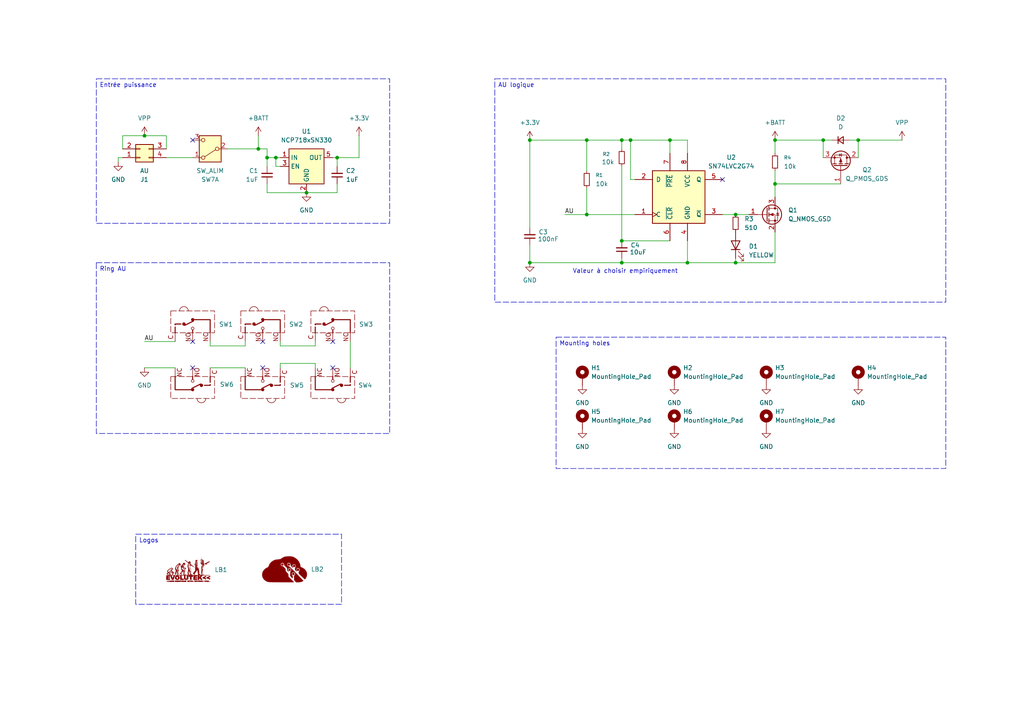
<source format=kicad_sch>
(kicad_sch (version 20250114) (generator "eeschema") (generator_version "9.0")
  (paper "A4")
  (title_block (title "Carte Gyrophare") (date "2025-05-21") (rev "V1.0"))
  (lib_symbols
    (symbol "ComponentsEvo:463092370402" (pin_numbers (hide yes)) (pin_names (hide yes))
      (property "Reference" "SW" (at 0 10.16 0))
      (symbol "463092370402_1_1"
        (text "C" (at -6.35 -1.27 900) (effects (font (size 1.27 1.27))))
        (text "NO" (at -1.27 -1.27 900) (effects (font (size 1.27 1.27))))
        (text "NC" (at 3.8272 -1.2587 900) (effects (font (size 1.27 1.27))))
        (pin input line (at -5.08 -2.54 90) (length 2.54) (name "C") (number "1"))
        (pin input line (at 0 -2.54 90) (length 2.54) (name "C") (number "2"))
        (pin input line (at 5.08 -2.54 90) (length 2.54) (name "C") (number "3"))
      )
    )
    (symbol "ComponentsEvo:SN74LVC2G74DCUR" (pin_names (offset 1.016))
      (property "Reference" "U2" (at 15.24 12.0081 0))
      (property "Value" "SN74LVC2G74" (at 15.24 9.4681 0))
      (symbol "SN74LVC2G74DCUR_1_1"
        (pin input line (at -12.7 5.08 0) (length 5.08) (name "D") (number "2"))
        (pin input clock (at -12.7 -5.08 0) (length 5.08) (name "C") (number "1"))
        (pin input line (at -2.54 12.7 270) (length 5.08) (name "~{PRE}") (number "7"))
        (pin input line (at -2.54 -12.7 90) (length 5.08) (name "~{CLR}") (number "6"))
        (pin power_in line (at 2.54 12.7 270) (length 5.08) (name "VCC") (number "8"))
        (pin power_in line (at 2.54 -12.7 90) (length 5.08) (name "GND") (number "4"))
        (pin output line (at 12.7 5.08 180) (length 5.08) (name "Q") (number "5"))
        (pin output line (at 12.7 -5.08 180) (length 5.08) (name "~{Q}") (number "3"))
      )
    )
    (symbol "Connector_Generic:Conn_02x02_Counter_Clockwise" (pin_names (offset 1.016) (hide yes))
      (property "Reference" "J" (at 1.27 2.54 0))
      (property "Value" "Conn_02x02_Counter_Clockwise" (at 1.27 -5.08 0))
      (symbol "Conn_02x02_Counter_Clockwise_1_1"
        (pin passive line (at -5.08 0 0) (length 3.81) (name "Pin_1") (number "1"))
        (pin passive line (at -5.08 -2.54 0) (length 3.81) (name "Pin_2") (number "2"))
        (pin passive line (at 7.62 0 180) (length 3.81) (name "Pin_4") (number "4"))
        (pin passive line (at 7.62 -2.54 180) (length 3.81) (name "Pin_3") (number "3"))
      )
    )
    (symbol "Device:C_Small" (pin_numbers (hide yes)) (pin_names (offset 0.254) (hide yes))
      (property "Reference" "C" (at 0.254 1.778 0))
      (property "Value" "C_Small" (at 0.254 -2.032 0))
      (symbol "C_Small_1_1"
        (pin passive line (at 0 2.54 270) (length 2.032) (name "~") (number "1"))
        (pin passive line (at 0 -2.54 90) (length 2.032) (name "~") (number "2"))
      )
    )
    (symbol "Device:D_Small" (pin_numbers (hide yes)) (pin_names (offset 0.254) (hide yes))
      (property "Reference" "D" (at -1.27 2.032 0))
      (property "Value" "D_Small" (at -3.81 -2.032 0))
      (symbol "D_Small_1_1"
        (pin passive line (at -2.54 0 0) (length 1.778) (name "K") (number "1"))
        (pin passive line (at 2.54 0 180) (length 1.778) (name "A") (number "2"))
      )
    )
    (symbol "Device:LED" (pin_numbers (hide yes)) (pin_names (offset 1.016) (hide yes))
      (property "Reference" "D" (at 0 2.54 0))
      (property "Value" "LED" (at 0 -2.54 0))
      (symbol "LED_1_1"
        (pin passive line (at -3.81 0 0) (length 2.54) (name "K") (number "1"))
        (pin passive line (at 3.81 0 180) (length 2.54) (name "A") (number "2"))
      )
    )
    (symbol "Device:R_Small" (pin_numbers (hide yes)) (pin_names (offset 0.254) (hide yes))
      (property "Reference" "R" (at 0 0 90))
      (property "Value" "R_Small" (at 1.778 0 90))
      (symbol "R_Small_1_1"
        (pin passive line (at 0 2.54 270) (length 0.762) (name "~") (number "1"))
        (pin passive line (at 0 -2.54 90) (length 0.762) (name "~") (number "2"))
      )
    )
    (symbol "MarkingEvo:Logo Aisler" (pin_numbers (hide yes)) (pin_names (offset 0) (hide yes)) (in_bom no)
      (property "Reference" "LB" (at 0 5.08 0))
    )
    (symbol "MarkingEvo:Logo Evolutek" (pin_numbers (hide yes)) (pin_names (offset 0) (hide yes)) (in_bom no)
      (property "Reference" "LB" (at 0 3.8378 0))
    )
    (symbol "Mechanical:MountingHole_Pad" (pin_numbers (hide yes)) (pin_names (offset 1.016) (hide yes)) (in_bom no)
      (property "Reference" "H" (at 0 6.35 0))
      (property "Value" "MountingHole_Pad" (at 0 4.445 0))
      (symbol "MountingHole_Pad_1_1"
        (pin input line (at 0 -2.54 90) (length 2.54) (name "1") (number "1"))
      )
    )
    (symbol "Regulator_Linear:NCP718xSN330"
      (property "Reference" "U" (at -3.81 6.35 0))
      (property "Value" "NCP718xSN330" (at 6.35 6.35 0))
      (symbol "NCP718xSN330_0_1"
        (pin power_in line (at -7.62 2.54 0) (length 2.54) (name "IN") (number "1"))
        (pin input line (at -7.62 0 0) (length 2.54) (name "EN") (number "3"))
        (pin power_in line (at 0 -7.62 90) (length 2.54) (name "GND") (number "2"))
        (pin no_connect line (at 5.08 0 180) (length 2.54) (hide yes) (name "NC") (number "4"))
        (pin power_out line (at 7.62 2.54 180) (length 2.54) (name "OUT") (number "5"))
      )
    )
    (symbol "Switch:SW_DPDT_x2" (pin_names (offset 0) (hide yes))
      (property "Reference" "SW" (at 0 5.08 0))
      (property "Value" "SW_DPDT_x2" (at 0 -5.08 0))
      (symbol "SW_DPDT_x2_1_1"
        (pin passive line (at -5.08 0 0) (length 2.54) (name "B") (number "2"))
        (pin passive line (at 5.08 2.54 180) (length 2.54) (name "A") (number "1"))
        (pin passive line (at 5.08 -2.54 180) (length 2.54) (name "C") (number "3"))
      )
      (symbol "SW_DPDT_x2_2_1"
        (pin passive line (at -5.08 0 0) (length 2.54) (name "B") (number "5"))
        (pin passive line (at 5.08 2.54 180) (length 2.54) (name "A") (number "4"))
        (pin passive line (at 5.08 -2.54 180) (length 2.54) (name "C") (number "6"))
      )
    )
    (symbol "Transistor_FET:Q_NMOS_GSD" (pin_names (offset 0) (hide yes))
      (property "Reference" "Q" (at 5.08 1.905 0))
      (property "Value" "Q_NMOS_GSD" (at 5.08 0 0))
      (symbol "Q_NMOS_GSD_1_1"
        (pin input line (at -5.08 0 0) (length 2.54) (name "G") (number "1"))
        (pin passive line (at 2.54 5.08 270) (length 2.54) (name "D") (number "3"))
        (pin passive line (at 2.54 -5.08 90) (length 2.54) (name "S") (number "2"))
      )
    )
    (symbol "Transistor_FET:Q_PMOS_GDS" (pin_names (offset 0) (hide yes))
      (property "Reference" "Q" (at 5.08 1.905 0))
      (property "Value" "Q_PMOS_GDS" (at 5.08 0 0))
      (symbol "Q_PMOS_GDS_1_1"
        (pin input line (at -5.08 0 0) (length 2.54) (name "G") (number "1"))
        (pin passive line (at 2.54 5.08 270) (length 2.54) (name "D") (number "2"))
        (pin passive line (at 2.54 -5.08 90) (length 2.54) (name "S") (number "3"))
      )
    )
    (symbol "power:+9V" (power) (pin_numbers (hide yes)) (pin_names (offset 0) (hide yes))
      (property "Value" "+9V" (at 0 3.556 0))
      (symbol "+9V_1_1"
        (pin power_in line (at 0 0 90) (length 0) (name "~") (number "1"))
      )
    )
    (symbol "power:+BATT" (power) (pin_numbers (hide yes)) (pin_names (offset 0) (hide yes))
      (property "Value" "+BATT" (at 0 3.556 0))
      (symbol "+BATT_1_1"
        (pin power_in line (at 0 0 90) (length 0) (name "~") (number "1"))
      )
    )
    (symbol "power:GND" (power) (pin_numbers (hide yes)) (pin_names (offset 0) (hide yes))
      (property "Value" "GND" (at 0 -3.81 0))
      (symbol "GND_1_1"
        (pin power_in line (at 0 0 270) (length 0) (name "~") (number "1"))
      )
    )
    (symbol "power:VCC" (power) (pin_numbers (hide yes)) (pin_names (offset 0) (hide yes))
      (property "Value" "VCC" (at 0 3.556 0))
      (symbol "VCC_1_1"
        (pin power_in line (at 0 0 90) (length 0) (name "~") (number "1"))
      )
    )
    (symbol "power:VPP" (power) (pin_numbers (hide yes)) (pin_names (offset 0) (hide yes))
      (property "Value" "VPP" (at 0 3.556 0))
      (symbol "VPP_1_1"
        (pin power_in line (at 0 0 90) (length 0) (name "~") (number "1"))
      )
    )
  )
  (text "Valeur à choisir empiriquement" (at 181.356 78.74 0) (effects (font (size 1.27 1.27))))
  (text_box "AU logique" (at 143.51 22.86 0) (size 130.81 64.77) (margins 0.9525 0.9525 0.9525 0.9525) (stroke (width 0) (type dash)) (effects (font (size 1.27 1.27)) (justify left top)))
  (text_box "Logos" (at 39.37 154.94 0) (size 59.69 20.32) (margins 0.9525 0.9525 0.9525 0.9525) (stroke (width 0) (type dash)) (effects (font (size 1.27 1.27)) (justify left top)))
  (text_box "Mounting holes\n" (at 161.29 97.79 0) (size 113.03 38.1) (margins 0.9525 0.9525 0.9525 0.9525) (stroke (width 0) (type dash)) (effects (font (size 1.27 1.27)) (justify left top)))
  (text_box "Entrée puissance" (at 27.94 22.86 0) (size 85.09 41.91) (margins 0.9525 0.9525 0.9525 0.9525) (stroke (width 0) (type dash)) (effects (font (size 1.27 1.27)) (justify left top)))
  (text_box "Ring AU" (at 27.94 76.2 0) (size 85.09 49.53) (margins 0.9525 0.9525 0.9525 0.9525) (stroke (width 0) (type dash)) (effects (font (size 1.27 1.27)) (justify left top)))
  (junction (at 170.18 62.23))
  (junction (at 194.31 40.64))
  (junction (at 153.67 76.2))
  (junction (at 97.79 45.72))
  (junction (at 170.18 40.64))
  (junction (at 213.36 62.23))
  (junction (at 213.36 76.2))
  (junction (at 74.93 43.18))
  (junction (at 88.9 55.88))
  (junction (at 80.01 45.72))
  (junction (at 224.79 40.64))
  (junction (at 41.91 39.37))
  (junction (at 153.67 40.64))
  (junction (at 199.39 76.2))
  (junction (at 180.34 76.2))
  (junction (at 248.92 40.64))
  (junction (at 77.47 45.72))
  (junction (at 180.34 40.64))
  (junction (at 182.88 40.64))
  (junction (at 238.76 40.64))
  (junction (at 180.34 69.85))
  (junction (at 224.79 53.34))
  (no_connect (at 55.88 99.06))
  (no_connect (at 55.88 106.68))
  (no_connect (at 76.2 106.68))
  (no_connect (at 55.88 40.64))
  (no_connect (at 209.55 52.07))
  (no_connect (at 76.2 99.06))
  (no_connect (at 96.52 99.06))
  (no_connect (at 96.52 106.68))
  (wire (pts (xy 153.67 71.12) (xy 153.67 76.2)))
  (wire (pts (xy 41.91 106.68) (xy 50.8 106.68)))
  (wire (pts (xy 74.93 43.18) (xy 77.47 43.18)))
  (wire (pts (xy 224.79 76.2) (xy 213.36 76.2)))
  (wire (pts (xy 224.79 44.45) (xy 224.79 40.64)))
  (wire (pts (xy 77.47 45.72) (xy 80.01 45.72)))
  (wire (pts (xy 34.29 45.72) (xy 35.56 45.72)))
  (wire (pts (xy 81.28 48.26) (xy 80.01 48.26)))
  (wire (pts (xy 199.39 44.45) (xy 199.39 40.64)))
  (wire (pts (xy 60.96 106.68) (xy 71.12 106.68)))
  (wire (pts (xy 184.15 52.07) (xy 182.88 52.07)))
  (wire (pts (xy 81.28 105.41) (xy 81.28 106.68)))
  (wire (pts (xy 213.36 74.93) (xy 213.36 76.2)))
  (wire (pts (xy 224.79 53.34) (xy 224.79 57.15)))
  (wire (pts (xy 91.44 100.33) (xy 91.44 99.06)))
  (wire (pts (xy 199.39 76.2) (xy 199.39 69.85)))
  (wire (pts (xy 81.28 99.06) (xy 81.28 100.33)))
  (wire (pts (xy 74.93 39.37) (xy 74.93 43.18)))
  (wire (pts (xy 182.88 52.07) (xy 182.88 40.64)))
  (wire (pts (xy 238.76 40.64) (xy 238.76 45.72)))
  (wire (pts (xy 153.67 40.64) (xy 153.67 66.04)))
  (wire (pts (xy 194.31 40.64) (xy 194.31 44.45)))
  (wire (pts (xy 248.92 40.64) (xy 248.92 45.72)))
  (wire (pts (xy 48.26 45.72) (xy 55.88 45.72)))
  (wire (pts (xy 35.56 39.37) (xy 41.91 39.37)))
  (wire (pts (xy 91.44 106.68) (xy 91.44 105.41)))
  (wire (pts (xy 209.55 62.23) (xy 213.36 62.23)))
  (wire (pts (xy 81.28 100.33) (xy 91.44 100.33)))
  (wire (pts (xy 41.91 99.06) (xy 50.8 99.06)))
  (wire (pts (xy 180.34 48.26) (xy 180.34 69.85)))
  (wire (pts (xy 194.31 40.64) (xy 182.88 40.64)))
  (wire (pts (xy 97.79 48.26) (xy 97.79 45.72)))
  (wire (pts (xy 80.01 48.26) (xy 80.01 45.72)))
  (wire (pts (xy 77.47 43.18) (xy 77.47 45.72)))
  (wire (pts (xy 246.38 40.64) (xy 248.92 40.64)))
  (wire (pts (xy 170.18 40.64) (xy 180.34 40.64)))
  (wire (pts (xy 60.96 99.06) (xy 60.96 100.33)))
  (wire (pts (xy 96.52 45.72) (xy 97.79 45.72)))
  (wire (pts (xy 81.28 45.72) (xy 80.01 45.72)))
  (wire (pts (xy 35.56 39.37) (xy 35.56 43.18)))
  (wire (pts (xy 104.14 39.37) (xy 104.14 45.72)))
  (wire (pts (xy 180.34 40.64) (xy 182.88 40.64)))
  (wire (pts (xy 170.18 40.64) (xy 170.18 49.53)))
  (wire (pts (xy 224.79 67.31) (xy 224.79 76.2)))
  (wire (pts (xy 224.79 40.64) (xy 238.76 40.64)))
  (wire (pts (xy 77.47 55.88) (xy 88.9 55.88)))
  (wire (pts (xy 97.79 55.88) (xy 88.9 55.88)))
  (wire (pts (xy 163.83 62.23) (xy 170.18 62.23)))
  (wire (pts (xy 224.79 49.53) (xy 224.79 53.34)))
  (wire (pts (xy 48.26 43.18) (xy 48.26 39.37)))
  (wire (pts (xy 34.29 46.99) (xy 34.29 45.72)))
  (wire (pts (xy 91.44 105.41) (xy 81.28 105.41)))
  (wire (pts (xy 60.96 100.33) (xy 71.12 100.33)))
  (wire (pts (xy 180.34 40.64) (xy 180.34 43.18)))
  (wire (pts (xy 170.18 54.61) (xy 170.18 62.23)))
  (wire (pts (xy 224.79 53.34) (xy 243.84 53.34)))
  (wire (pts (xy 77.47 53.34) (xy 77.47 55.88)))
  (wire (pts (xy 66.04 43.18) (xy 74.93 43.18)))
  (wire (pts (xy 101.6 99.06) (xy 101.6 106.68)))
  (wire (pts (xy 71.12 100.33) (xy 71.12 99.06)))
  (wire (pts (xy 97.79 53.34) (xy 97.79 55.88)))
  (wire (pts (xy 153.67 40.64) (xy 170.18 40.64)))
  (wire (pts (xy 248.92 40.64) (xy 261.62 40.64)))
  (wire (pts (xy 153.67 76.2) (xy 180.34 76.2)))
  (wire (pts (xy 180.34 69.85) (xy 194.31 69.85)))
  (wire (pts (xy 180.34 76.2) (xy 199.39 76.2)))
  (wire (pts (xy 238.76 40.64) (xy 241.3 40.64)))
  (wire (pts (xy 199.39 40.64) (xy 194.31 40.64)))
  (wire (pts (xy 180.34 74.93) (xy 180.34 76.2)))
  (wire (pts (xy 41.91 39.37) (xy 48.26 39.37)))
  (wire (pts (xy 213.36 76.2) (xy 199.39 76.2)))
  (wire (pts (xy 213.36 62.23) (xy 217.17 62.23)))
  (wire (pts (xy 170.18 62.23) (xy 184.15 62.23)))
  (wire (pts (xy 97.79 45.72) (xy 104.14 45.72)))
  (wire (pts (xy 77.47 48.26) (xy 77.47 45.72)))
  (label "AU" (at 41.91 99.06 0))
  (label "AU" (at 163.83 62.23 0))
  (symbol (lib_id "power:GND") (at 34.29 46.99 0) (mirror y) (unit 1)
    (property "Reference" "#PWR01" (effects (hide yes)))
    (property "Value" "GND" (at 34.29 52.07 0))
    (property "Description" "Power symbol creates a global label with name \"GND\" , ground" (effects (hide yes)))
  )
  (symbol (lib_id "Mechanical:MountingHole_Pad") (at 248.92 109.22 0) (unit 1) (in_bom no)
    (property "Reference" "H4" (at 251.46 106.6799 0) (effects (justify left)))
    (property "Value" "MountingHole_Pad" (at 251.46 109.2199 0) (effects (justify left)))
    (property "Footprint" "MountingHole:MountingHole_3.2mm_M3_Pad_Via" (effects (hide yes)))
    (property "Description" "Mounting Hole with connection" (effects (hide yes)))
  )
  (symbol (lib_id "Device:R_Small") (at 224.79 46.99 0) (unit 1)
    (property "Reference" "R4" (at 227.33 45.7199 0) (effects (font (size 1.016 1.016)) (justify left)))
    (property "Value" "10k" (at 227.33 48.2599 0) (effects (justify left)))
    (property "Footprint" "Resistor_SMD:R_0603_1608Metric" (effects (hide yes)))
    (property "Description" "Resistor, small symbol" (effects (hide yes)))
  )
  (symbol (lib_id "Device:R_Small") (at 213.36 64.77 0) (unit 1)
    (property "Reference" "R3" (at 215.9 63.4999 0) (effects (justify left)))
    (property "Value" "510" (at 215.9 66.0399 0) (effects (justify left)))
    (property "Footprint" "Resistor_SMD:R_0603_1608Metric" (effects (hide yes)))
    (property "Description" "Resistor, small symbol" (effects (hide yes)))
  )
  (symbol (lib_id "power:+BATT") (at 224.79 40.64 0) (mirror y) (unit 1)
    (property "Reference" "#PWR09" (effects (hide yes)))
    (property "Value" "+BATT" (at 224.79 35.56 0))
    (property "Description" "Power symbol creates a global label with name \"+BATT\"" (effects (hide yes)))
  )
  (symbol (lib_id "power:GND") (at 195.58 124.46 0) (unit 1)
    (property "Reference" "#PWR017" (effects (hide yes)))
    (property "Value" "GND" (at 195.58 129.54 0))
    (property "Description" "Power symbol creates a global label with name \"GND\" , ground" (effects (hide yes)))
  )
  (symbol (lib_id "power:GND") (at 88.9 55.88 0) (unit 1)
    (property "Reference" "#PWR05" (effects (hide yes)))
    (property "Value" "GND" (at 88.9 60.96 0))
    (property "Description" "Power symbol creates a global label with name \"GND\" , ground" (effects (hide yes)))
  )
  (symbol (lib_id "ComponentsEvo:SN74LVC2G74DCUR") (at 196.85 57.15 0) (unit 1)
    (property "Reference" "U2" (at 212.09 45.6498 0))
    (property "Value" "SN74LVC2G74" (at 212.09 48.1898 0))
    (property "Footprint" "Package_SO:VSSOP-8_2.3x2mm_P0.5mm" (effects (hide yes)))
    (property "Datasheet" "https://www.ti.com/lit/ds/symlink/sn74lvc2g74.pdf" (effects (hide yes)))
    (property "Description" "Single D Flip-Flop" (effects (hide yes)))
  )
  (symbol (lib_id "Device:C_Small") (at 77.47 50.8 0) (mirror x) (unit 1)
    (property "Reference" "C1" (at 74.93 49.5235 0) (effects (justify right)))
    (property "Value" "1uF" (at 74.93 52.0635 0) (effects (justify right)))
    (property "Footprint" "Capacitor_SMD:C_0603_1608Metric" (effects (hide yes)))
    (property "Description" "Unpolarized capacitor, small symbol" (effects (hide yes)))
  )
  (symbol (lib_id "ComponentsEvo:463092370402") (at 76.2 109.22 180) (unit 1)
    (property "Reference" "SW5" (at 84.074 111.76 0) (effects (justify right)))
    (property "Value" "463092370402" (effects (hide yes)))
    (property "Footprint" "ComponentsEvo:463092370402" (effects (hide yes)))
    (property "Datasheet" "https://www.we-online.com/catalog/datasheet/463092370402.pdf?ki" (effects (hide yes)))
    (property "Description" "Micro Switch" (effects (hide yes)))
  )
  (symbol (lib_id "power:GND") (at 222.25 111.76 0) (unit 1)
    (property "Reference" "#PWR015" (effects (hide yes)))
    (property "Value" "GND" (at 222.25 116.84 0))
    (property "Description" "Power symbol creates a global label with name \"GND\" , ground" (effects (hide yes)))
  )
  (symbol (lib_id "Device:C_Small") (at 97.79 50.8 180) (unit 1)
    (property "Reference" "C2" (at 100.33 49.5235 0) (effects (justify right)))
    (property "Value" "1uF" (at 100.33 52.0635 0) (effects (justify right)))
    (property "Footprint" "Capacitor_SMD:C_0603_1608Metric" (effects (hide yes)))
    (property "Description" "Unpolarized capacitor, small symbol" (effects (hide yes)))
  )
  (symbol (lib_id "Device:LED") (at 213.36 71.12 90) (unit 1)
    (property "Reference" "D1" (at 217.17 71.4374 90) (effects (justify right)))
    (property "Value" "YELLOW" (at 217.17 73.9774 90) (effects (justify right)))
    (property "Footprint" "LED_SMD:LED_0805_2012Metric" (effects (hide yes)))
    (property "Description" "Light emitting diode" (effects (hide yes)))
    (property "Sim.Pins" "1=K 2=A" (effects (hide yes)))
  )
  (symbol (lib_id "ComponentsEvo:463092370402") (at 55.88 109.22 180) (unit 1)
    (property "Reference" "SW6" (at 63.754 111.506 0) (effects (justify right)))
    (property "Value" "463092370402" (effects (hide yes)))
    (property "Footprint" "ComponentsEvo:463092370402" (effects (hide yes)))
    (property "Datasheet" "https://www.we-online.com/catalog/datasheet/463092370402.pdf?ki" (effects (hide yes)))
    (property "Description" "Micro Switch" (effects (hide yes)))
  )
  (symbol (lib_id "power:GND") (at 153.67 76.2 0) (unit 1)
    (property "Reference" "#PWR08" (effects (hide yes)))
    (property "Value" "GND" (at 153.67 81.28 0))
    (property "Description" "Power symbol creates a global label with name \"GND\" , ground" (effects (hide yes)))
  )
  (symbol (lib_id "Mechanical:MountingHole_Pad") (at 222.25 109.22 0) (unit 1) (in_bom no)
    (property "Reference" "H3" (at 224.79 106.6799 0) (effects (justify left)))
    (property "Value" "MountingHole_Pad" (at 224.79 109.2199 0) (effects (justify left)))
    (property "Footprint" "MountingHole:MountingHole_3.2mm_M3_Pad_Via" (effects (hide yes)))
    (property "Description" "Mounting Hole with connection" (effects (hide yes)))
  )
  (symbol (lib_id "power:GND") (at 248.92 111.76 0) (unit 1)
    (property "Reference" "#PWR016" (effects (hide yes)))
    (property "Value" "GND" (at 248.92 116.84 0))
    (property "Description" "Power symbol creates a global label with name \"GND\" , ground" (effects (hide yes)))
  )
  (symbol (lib_id "Transistor_FET:Q_NMOS_GSD") (at 222.25 62.23 0) (unit 1)
    (property "Reference" "Q1" (at 228.6 60.9599 0) (effects (justify left)))
    (property "Value" "Q_NMOS_GSD" (at 228.6 63.4999 0) (effects (justify left)))
    (property "Footprint" "Package_TO_SOT_SMD:SOT-23" (effects (hide yes)))
    (property "Description" "N-MOSFET transistor, gate/source/drain" (effects (hide yes)))
  )
  (symbol (lib_id "power:+BATT") (at 74.93 39.37 0) (mirror y) (unit 1)
    (property "Reference" "#PWR04" (effects (hide yes)))
    (property "Value" "+BATT" (at 74.93 34.29 0))
    (property "Description" "Power symbol creates a global label with name \"+BATT\"" (effects (hide yes)))
  )
  (symbol (lib_id "ComponentsEvo:463092370402") (at 96.52 109.22 180) (unit 1)
    (property "Reference" "SW4" (at 103.886 111.76 0) (effects (justify right)))
    (property "Value" "463092370402" (effects (hide yes)))
    (property "Footprint" "ComponentsEvo:463092370402" (effects (hide yes)))
    (property "Datasheet" "https://www.we-online.com/catalog/datasheet/463092370402.pdf?ki" (effects (hide yes)))
    (property "Description" "Micro Switch" (effects (hide yes)))
  )
  (symbol (lib_id "power:GND") (at 222.25 124.46 0) (unit 1)
    (property "Reference" "#PWR018" (effects (hide yes)))
    (property "Value" "GND" (at 222.25 129.54 0))
    (property "Description" "Power symbol creates a global label with name \"GND\" , ground" (effects (hide yes)))
  )
  (symbol (lib_id "Regulator_Linear:NCP718xSN330") (at 88.9 48.26 0) (unit 1)
    (property "Reference" "U1" (at 88.9 38.1 0))
    (property "Value" "NCP718xSN330" (at 88.9 40.64 0))
    (property "Footprint" "Package_TO_SOT_SMD:SOT-23-5" (effects (hide yes)))
    (property "Datasheet" "https://www.onsemi.com/pub/Collateral/NCP718-D.PDF" (effects (hide yes)))
    (property "Description" "300-mA, Wide Input Voltage, Low-IQ LDO, 3.3V, SOT-23" (effects (hide yes)))
  )
  (symbol (lib_id "ComponentsEvo:463092370402") (at 55.88 96.52 0) (unit 1)
    (property "Reference" "SW1" (at 63.5 94.0769 0) (effects (justify left)))
    (property "Value" "463092370402" (effects (hide yes)))
    (property "Footprint" "ComponentsEvo:463092370402" (effects (hide yes)))
    (property "Datasheet" "https://www.we-online.com/catalog/datasheet/463092370402.pdf?ki" (effects (hide yes)))
    (property "Description" "Micro Switch" (effects (hide yes)))
  )
  (symbol (lib_id "ComponentsEvo:463092370402") (at 96.52 96.52 0) (unit 1)
    (property "Reference" "SW3" (at 104.14 94.0769 0) (effects (justify left)))
    (property "Value" "463092370402" (effects (hide yes)))
    (property "Footprint" "ComponentsEvo:463092370402" (effects (hide yes)))
    (property "Datasheet" "https://www.we-online.com/catalog/datasheet/463092370402.pdf?ki" (effects (hide yes)))
    (property "Description" "Micro Switch" (effects (hide yes)))
  )
  (symbol (lib_id "power:GND") (at 195.58 111.76 0) (unit 1)
    (property "Reference" "#PWR014" (effects (hide yes)))
    (property "Value" "GND" (at 195.58 116.84 0))
    (property "Description" "Power symbol creates a global label with name \"GND\" , ground" (effects (hide yes)))
  )
  (symbol (lib_id "Device:R_Small") (at 180.34 45.72 0) (unit 1)
    (property "Reference" "R2" (at 174.752 44.704 0) (effects (font (size 1.016 1.016)) (justify left)))
    (property "Value" "10k" (at 174.498 46.99 0) (effects (justify left)))
    (property "Footprint" "Resistor_SMD:R_0603_1608Metric" (effects (hide yes)))
    (property "Description" "Resistor, small symbol" (effects (hide yes)))
  )
  (symbol (lib_id "Device:C_Small") (at 153.67 68.58 180) (unit 1)
    (property "Reference" "C3" (at 156.21 67.3035 0) (effects (justify right)))
    (property "Value" "100nF" (at 155.956 69.342 0) (effects (justify right)))
    (property "Footprint" "Capacitor_SMD:C_0603_1608Metric" (effects (hide yes)))
    (property "Description" "Unpolarized capacitor, small symbol" (effects (hide yes)))
  )
  (symbol (lib_id "Transistor_FET:Q_PMOS_GDS") (at 243.84 48.26 270) (mirror x) (unit 1)
    (property "Reference" "Q2" (at 251.46 49.276 90))
    (property "Value" "Q_PMOS_GDS" (at 251.46 51.816 90))
    (property "Footprint" "Package_TO_SOT_SMD:SOT-223-3_TabPin2" (effects (hide yes)))
    (property "Description" "P-MOSFET transistor, gate/drain/source" (effects (hide yes)))
  )
  (symbol (lib_id "MarkingEvo:Logo Aisler") (at 82.55 165.1 0) (unit 1) (exclude_from_sim yes) (in_bom no)
    (property "Reference" "LB2" (at 90.17 165.1168 0) (effects (justify left)))
    (property "Value" "LOGO" (effects (hide yes)))
    (property "Footprint" "MarkingEvo:Logo Aisler Min" (effects (hide yes)))
  )
  (symbol (lib_id "power:VPP") (at 261.62 40.64 0) (unit 1)
    (property "Reference" "#PWR010" (effects (hide yes)))
    (property "Value" "VPP" (at 261.62 35.56 0))
    (property "Description" "Power symbol creates a global label with name \"VPP\"" (effects (hide yes)))
  )
  (symbol (lib_id "Mechanical:MountingHole_Pad") (at 168.91 109.22 0) (unit 1) (in_bom no)
    (property "Reference" "H1" (at 171.45 106.6799 0) (effects (justify left)))
    (property "Value" "MountingHole_Pad" (at 171.45 109.2199 0) (effects (justify left)))
    (property "Footprint" "MountingHole:MountingHole_3.2mm_M3_Pad_Via" (effects (hide yes)))
    (property "Description" "Mounting Hole with connection" (effects (hide yes)))
  )
  (symbol (lib_id "MarkingEvo:Logo Evolutek") (at 54.61 165.1 0) (unit 1) (exclude_from_sim yes) (in_bom no)
    (property "Reference" "LB1" (at 62.23 165.2579 0) (effects (justify left)))
    (property "Value" "LOGO" (effects (hide yes)))
    (property "Footprint" "MarkingEvo:logo-evo-min" (effects (hide yes)))
  )
  (symbol (lib_id "power:VCC") (at 153.67 40.64 0) (unit 1)
    (property "Reference" "#PWR07" (effects (hide yes)))
    (property "Value" "+3.3V" (at 153.67 35.56 0))
    (property "Description" "Power symbol creates a global label with name \"VCC\"" (effects (hide yes)))
  )
  (symbol (lib_id "ComponentsEvo:463092370402") (at 76.2 96.52 0) (unit 1)
    (property "Reference" "SW2" (at 83.82 94.0769 0) (effects (justify left)))
    (property "Value" "463092370402" (effects (hide yes)))
    (property "Footprint" "ComponentsEvo:463092370402" (effects (hide yes)))
    (property "Datasheet" "https://www.we-online.com/catalog/datasheet/463092370402.pdf?ki" (effects (hide yes)))
    (property "Description" "Micro Switch" (effects (hide yes)))
  )
  (symbol (lib_id "Switch:SW_DPDT_x2") (at 60.96 43.18 180) (unit 1)
    (property "Reference" "SW7" (at 60.96 52.07 0))
    (property "Value" "SW_ALIM" (at 60.96 49.53 0))
    (property "Footprint" "ComponentsEvo:Power Switch RS SPDT Angled" (effects (hide yes)))
    (property "Description" "Switch, dual pole double throw, separate symbols" (effects (hide yes)))
    (property "quesako" "Pourquoi cette ref" (effects (hide yes)))
  )
  (symbol (lib_id "Mechanical:MountingHole_Pad") (at 222.25 121.92 0) (unit 1) (in_bom no)
    (property "Reference" "H7" (at 224.79 119.3799 0) (effects (justify left)))
    (property "Value" "MountingHole_Pad" (at 224.79 121.9199 0) (effects (justify left)))
    (property "Footprint" "MountingHole:MountingHole_3.2mm_M3_Pad_Via" (effects (hide yes)))
    (property "Description" "Mounting Hole with connection" (effects (hide yes)))
  )
  (symbol (lib_id "Mechanical:MountingHole_Pad") (at 195.58 121.92 0) (unit 1) (in_bom no)
    (property "Reference" "H6" (at 198.12 119.3799 0) (effects (justify left)))
    (property "Value" "MountingHole_Pad" (at 198.12 121.9199 0) (effects (justify left)))
    (property "Footprint" "MountingHole:MountingHole_3.2mm_M3_Pad_Via" (effects (hide yes)))
    (property "Description" "Mounting Hole with connection" (effects (hide yes)))
  )
  (symbol (lib_id "Device:D_Small") (at 243.84 40.64 0) (unit 1)
    (property "Reference" "D2" (at 243.84 34.29 0))
    (property "Value" "D" (at 243.84 36.83 0))
    (property "Footprint" "Diode_SMD:D_SMB" (effects (hide yes)))
    (property "Description" "Diode, small symbol" (effects (hide yes)))
    (property "Sim.Device" "D" (effects (hide yes)))
    (property "Sim.Pins" "1=K 2=A" (effects (hide yes)))
  )
  (symbol (lib_id "power:GND") (at 41.91 106.68 0) (unit 1)
    (property "Reference" "#PWR011" (effects (hide yes)))
    (property "Value" "GND" (at 41.91 111.76 0))
    (property "Description" "Power symbol creates a global label with name \"GND\" , ground" (effects (hide yes)))
  )
  (symbol (lib_id "power:+9V") (at 104.14 39.37 0) (unit 1)
    (property "Reference" "#PWR06" (effects (hide yes)))
    (property "Value" "+3.3V" (at 104.14 34.29 0))
    (property "Description" "Power symbol creates a global label with name \"+9V\"" (effects (hide yes)))
  )
  (symbol (lib_id "Device:R_Small") (at 170.18 52.07 0) (unit 1)
    (property "Reference" "R1" (at 172.72 50.7999 0) (effects (font (size 1.016 1.016)) (justify left)))
    (property "Value" "10k" (at 172.72 53.3399 0) (effects (justify left)))
    (property "Footprint" "Resistor_SMD:R_0603_1608Metric" (effects (hide yes)))
    (property "Description" "Resistor, small symbol" (effects (hide yes)))
  )
  (symbol (lib_id "power:GND") (at 168.91 124.46 0) (unit 1)
    (property "Reference" "#PWR013" (effects (hide yes)))
    (property "Value" "GND" (at 168.91 129.54 0))
    (property "Description" "Power symbol creates a global label with name \"GND\" , ground" (effects (hide yes)))
  )
  (symbol (lib_id "Device:C_Small") (at 180.34 72.39 180) (unit 1)
    (property "Reference" "C4" (at 182.88 71.1135 0) (effects (justify right)))
    (property "Value" "10uF" (at 182.626 73.152 0) (effects (justify right)))
    (property "Footprint" "Capacitor_THT:CP_Radial_D10.0mm_P5.00mm" (effects (hide yes)))
    (property "Description" "Unpolarized capacitor, small symbol" (effects (hide yes)))
  )
  (symbol (lib_id "power:GND") (at 168.91 111.76 0) (unit 1)
    (property "Reference" "#PWR012" (effects (hide yes)))
    (property "Value" "GND" (at 168.91 116.84 0))
    (property "Description" "Power symbol creates a global label with name \"GND\" , ground" (effects (hide yes)))
  )
  (symbol (lib_id "Connector_Generic:Conn_02x02_Counter_Clockwise") (at 40.64 45.72 0) (mirror x) (unit 1)
    (property "Reference" "J1" (at 41.91 52.07 0))
    (property "Value" "AU" (at 41.91 49.53 0))
    (property "Footprint" "ConnectorsEvo:66200421122" (effects (hide yes)))
    (property "Description" "Generic connector, double row, 02x02, counter clockwise pin numbering scheme (similar to DIP package numbering), script generated (kicad-library-utils/schlib/autogen/connector/)" (effects (hide yes)))
  )
  (symbol (lib_id "Mechanical:MountingHole_Pad") (at 195.58 109.22 0) (unit 1) (in_bom no)
    (property "Reference" "H2" (at 198.12 106.6799 0) (effects (justify left)))
    (property "Value" "MountingHole_Pad" (at 198.12 109.2199 0) (effects (justify left)))
    (property "Footprint" "MountingHole:MountingHole_3.2mm_M3_Pad_Via" (effects (hide yes)))
    (property "Description" "Mounting Hole with connection" (effects (hide yes)))
  )
  (symbol (lib_id "Mechanical:MountingHole_Pad") (at 168.91 121.92 0) (unit 1) (in_bom no)
    (property "Reference" "H5" (at 171.45 119.3799 0) (effects (justify left)))
    (property "Value" "MountingHole_Pad" (at 171.45 121.9199 0) (effects (justify left)))
    (property "Footprint" "MountingHole:MountingHole_3.2mm_M3_Pad_Via" (effects (hide yes)))
    (property "Description" "Mounting Hole with connection" (effects (hide yes)))
  )
  (symbol (lib_id "power:VPP") (at 41.91 39.37 0) (unit 1)
    (property "Reference" "#PWR02" (effects (hide yes)))
    (property "Value" "VPP" (at 41.91 34.29 0))
    (property "Description" "Power symbol creates a global label with name \"VPP\"" (effects (hide yes)))
  )
)
</source>
